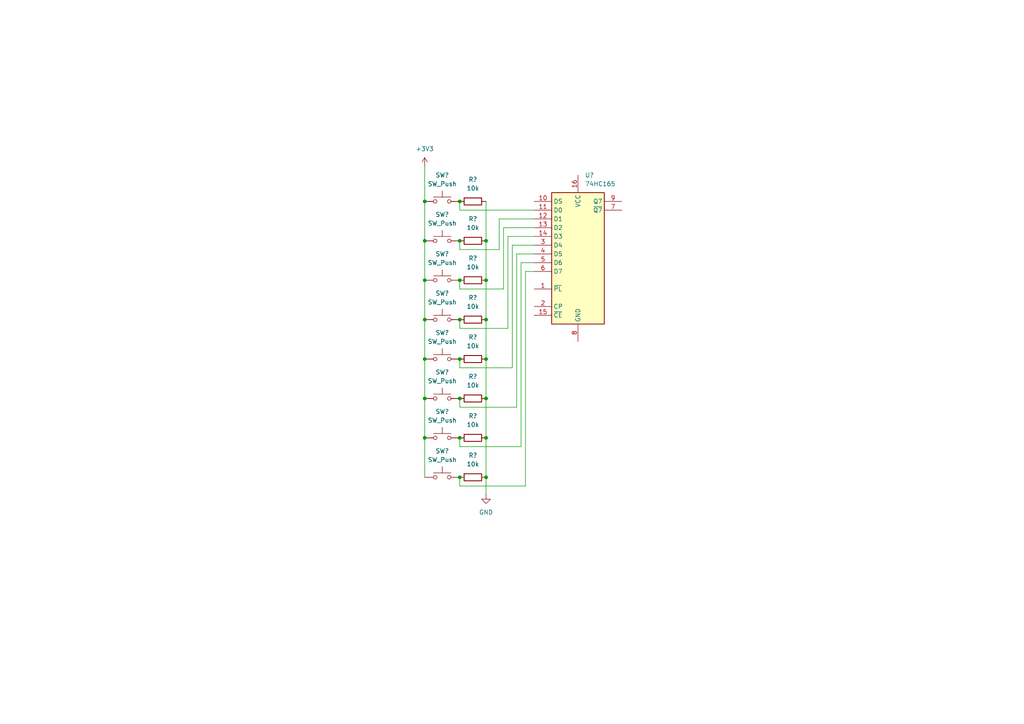
<source format=kicad_sch>
(kicad_sch (version 20230121) (generator eeschema)
  (paper "A4")
  (lib_symbols
    (symbol "74xx:74HC165"
      (property "Reference" "U" (at -7.62 19.05 0))
      (property "Value" "74HC165" (at -7.62 -21.59 0))
      (symbol "74HC165_1_0"
        (pin input line (at -12.7 -10.16 0) (length 5.08) (name "~{PL}") (number "1"))
        (pin input line (at -12.7 15.24 0) (length 5.08) (name "DS") (number "10"))
        (pin input line (at -12.7 12.7 0) (length 5.08) (name "D0") (number "11"))
        (pin input line (at -12.7 10.16 0) (length 5.08) (name "D1") (number "12"))
        (pin input line (at -12.7 7.62 0) (length 5.08) (name "D2") (number "13"))
        (pin input line (at -12.7 5.08 0) (length 5.08) (name "D3") (number "14"))
        (pin input line (at -12.7 -17.78 0) (length 5.08) (name "~{CE}") (number "15"))
        (pin power_in line (at 0 22.86 270) (length 5.08) (name "VCC") (number "16"))
        (pin input line (at -12.7 -15.24 0) (length 5.08) (name "CP") (number "2"))
        (pin input line (at -12.7 2.54 0) (length 5.08) (name "D4") (number "3"))
        (pin input line (at -12.7 0 0) (length 5.08) (name "D5") (number "4"))
        (pin input line (at -12.7 -2.54 0) (length 5.08) (name "D6") (number "5"))
        (pin input line (at -12.7 -5.08 0) (length 5.08) (name "D7") (number "6"))
        (pin output line (at 12.7 12.7 180) (length 5.08) (name "~{Q7}") (number "7"))
        (pin power_in line (at 0 -25.4 90) (length 5.08) (name "GND") (number "8"))
        (pin output line (at 12.7 15.24 180) (length 5.08) (name "Q7") (number "9"))
      )
      (symbol "74HC165_1_1"
        (rectangle (start -7.62 17.78) (end 7.62 -20.32) (stroke (width 0.254)) (fill (type background)))
      )
    )
    (symbol "Device:R" (pin_numbers hide) (pin_names (offset 0))
      (property "Reference" "R" (at 2.032 0 90))
      (property "Value" "R" (at 0 0 90))
      (symbol "R_0_1"
        (rectangle (start -1.016 -2.54) (end 1.016 2.54) (stroke (width 0.254)))
      )
      (symbol "R_1_1"
        (pin passive line (at 0 3.81 270) (length 1.27) (name "~") (number "1"))
        (pin passive line (at 0 -3.81 90) (length 1.27) (name "~") (number "2"))
      )
    )
    (symbol "Switch:SW_Push" (pin_numbers hide) (pin_names (offset 1.016) hide)
      (property "Reference" "SW" (at 1.27 2.54 0))
      (property "Value" "SW_Push" (at 0 -1.524 0))
      (symbol "SW_Push_0_1"
        (circle (center -2.032 0) (radius 0.508))
        (polyline (pts (xy 0 1.27) (xy 0 3.048)))
        (polyline (pts (xy 2.54 1.27) (xy -2.54 1.27)))
        (circle (center 2.032 0) (radius 0.508))
        (pin passive line (at -5.08 0 0) (length 2.54) (name "1") (number "1"))
        (pin passive line (at 5.08 0 180) (length 2.54) (name "2") (number "2"))
      )
    )
    (symbol "power:+3V3" (power) (pin_names (offset 0))
      (property "Value" "+3V3" (at 0 3.556 0))
      (symbol "+3V3_0_1"
        (polyline (pts (xy -0.762 1.27) (xy 0 2.54)))
        (polyline (pts (xy 0 0) (xy 0 2.54)))
        (polyline (pts (xy 0 2.54) (xy 0.762 1.27)))
      )
      (symbol "+3V3_1_1"
        (pin power_in line (at 0 0 90) (length 0) hide (name "+3V3") (number "1"))
      )
    )
    (symbol "power:GND" (power) (pin_names (offset 0))
      (property "Value" "GND" (at 0 -3.81 0))
      (symbol "GND_0_1"
        (polyline (pts (xy 0 0) (xy 0 -1.27) (xy 1.27 -1.27) (xy 0 -2.54) (xy -1.27 -1.27) (xy 0 -1.27)))
      )
      (symbol "GND_1_1"
        (pin power_in line (at 0 0 270) (length 0) hide (name "GND") (number "1"))
      )
    )
  )
  (junction (at 133.35 138.43))
  (junction (at 133.35 69.85))
  (junction (at 133.35 127))
  (junction (at 123.19 69.85))
  (junction (at 140.97 69.85))
  (junction (at 123.19 81.28))
  (junction (at 133.35 92.71))
  (junction (at 123.19 104.14))
  (junction (at 140.97 104.14))
  (junction (at 133.35 104.14))
  (junction (at 140.97 81.28))
  (junction (at 140.97 92.71))
  (junction (at 123.19 115.57))
  (junction (at 133.35 58.42))
  (junction (at 140.97 138.43))
  (junction (at 123.19 127))
  (junction (at 123.19 58.42))
  (junction (at 133.35 115.57))
  (junction (at 123.19 92.71))
  (junction (at 133.35 81.28))
  (junction (at 140.97 127))
  (junction (at 140.97 115.57))
  (wire (pts (xy 151.13 129.54) (xy 151.13 76.2)))
  (wire (pts (xy 148.59 71.12) (xy 154.94 71.12)))
  (wire (pts (xy 140.97 138.43) (xy 140.97 143.51)))
  (wire (pts (xy 140.97 127) (xy 140.97 138.43)))
  (wire (pts (xy 133.35 129.54) (xy 151.13 129.54)))
  (wire (pts (xy 123.19 104.14) (xy 123.19 115.57)))
  (wire (pts (xy 140.97 58.42) (xy 140.97 69.85)))
  (wire (pts (xy 133.35 115.57) (xy 133.35 118.11)))
  (wire (pts (xy 152.4 78.74) (xy 154.94 78.74)))
  (wire (pts (xy 140.97 69.85) (xy 140.97 81.28)))
  (wire (pts (xy 144.78 72.39) (xy 144.78 63.5)))
  (wire (pts (xy 140.97 104.14) (xy 140.97 115.57)))
  (wire (pts (xy 148.59 106.68) (xy 148.59 71.12)))
  (wire (pts (xy 147.32 95.25) (xy 147.32 68.58)))
  (wire (pts (xy 146.05 66.04) (xy 146.05 83.82)))
  (wire (pts (xy 149.86 118.11) (xy 149.86 73.66)))
  (wire (pts (xy 123.19 115.57) (xy 123.19 127)))
  (wire (pts (xy 133.35 106.68) (xy 148.59 106.68)))
  (wire (pts (xy 152.4 140.97) (xy 152.4 78.74)))
  (wire (pts (xy 140.97 92.71) (xy 140.97 104.14)))
  (wire (pts (xy 133.35 127) (xy 133.35 129.54)))
  (wire (pts (xy 133.35 60.96) (xy 154.94 60.96)))
  (wire (pts (xy 123.19 48.26) (xy 123.19 58.42)))
  (wire (pts (xy 154.94 66.04) (xy 146.05 66.04)))
  (wire (pts (xy 147.32 68.58) (xy 154.94 68.58)))
  (wire (pts (xy 133.35 104.14) (xy 133.35 106.68)))
  (wire (pts (xy 133.35 72.39) (xy 144.78 72.39)))
  (wire (pts (xy 133.35 69.85) (xy 133.35 72.39)))
  (wire (pts (xy 133.35 95.25) (xy 147.32 95.25)))
  (wire (pts (xy 123.19 69.85) (xy 123.19 81.28)))
  (wire (pts (xy 123.19 58.42) (xy 123.19 69.85)))
  (wire (pts (xy 140.97 115.57) (xy 140.97 127)))
  (wire (pts (xy 133.35 92.71) (xy 133.35 95.25)))
  (wire (pts (xy 149.86 73.66) (xy 154.94 73.66)))
  (wire (pts (xy 123.19 92.71) (xy 123.19 104.14)))
  (wire (pts (xy 133.35 118.11) (xy 149.86 118.11)))
  (wire (pts (xy 133.35 58.42) (xy 133.35 60.96)))
  (wire (pts (xy 123.19 81.28) (xy 123.19 92.71)))
  (wire (pts (xy 146.05 83.82) (xy 133.35 83.82)))
  (wire (pts (xy 151.13 76.2) (xy 154.94 76.2)))
  (wire (pts (xy 133.35 140.97) (xy 152.4 140.97)))
  (wire (pts (xy 133.35 138.43) (xy 133.35 140.97)))
  (wire (pts (xy 123.19 127) (xy 123.19 138.43)))
  (wire (pts (xy 140.97 81.28) (xy 140.97 92.71)))
  (wire (pts (xy 133.35 83.82) (xy 133.35 81.28)))
  (wire (pts (xy 144.78 63.5) (xy 154.94 63.5)))
  (symbol (lib_id "Switch:SW_Push") (at 128.27 115.57 0) (unit 1)
    (property "Reference" "SW?" (at 128.27 107.95 0))
    (property "Value" "SW_Push" (at 128.27 110.49 0))
  )
  (symbol (lib_id "74xx:74HC165") (at 167.64 73.66 0) (unit 1)
    (property "Reference" "U?" (at 169.6594 50.8 0) (effects (justify left)))
    (property "Value" "74HC165" (at 169.6594 53.34 0) (effects (justify left)))
    (property "Datasheet" "https://assets.nexperia.com/documents/data-sheet/74HC_HCT165.pdf" (effects hide))
  )
  (symbol (lib_id "Device:R") (at 137.16 92.71 90) (unit 1)
    (property "Reference" "R?" (at 137.16 86.36 90))
    (property "Value" "10k" (at 137.16 88.9 90))
  )
  (symbol (lib_id "Switch:SW_Push") (at 128.27 81.28 0) (unit 1)
    (property "Reference" "SW?" (at 128.27 73.66 0))
    (property "Value" "SW_Push" (at 128.27 76.2 0))
  )
  (symbol (lib_id "Device:R") (at 137.16 69.85 90) (unit 1)
    (property "Reference" "R?" (at 137.16 63.5 90))
    (property "Value" "10k" (at 137.16 66.04 90))
  )
  (symbol (lib_id "Switch:SW_Push") (at 128.27 92.71 0) (unit 1)
    (property "Reference" "SW?" (at 128.27 85.09 0))
    (property "Value" "SW_Push" (at 128.27 87.63 0))
  )
  (symbol (lib_id "Device:R") (at 137.16 58.42 90) (unit 1)
    (property "Reference" "R?" (at 137.16 52.07 90))
    (property "Value" "10k" (at 137.16 54.61 90))
  )
  (symbol (lib_id "Switch:SW_Push") (at 128.27 69.85 0) (unit 1)
    (property "Reference" "SW?" (at 128.27 62.23 0))
    (property "Value" "SW_Push" (at 128.27 64.77 0))
  )
  (symbol (lib_id "power:+3V3") (at 123.19 48.26 0) (unit 1)
    (property "Reference" "#PWR?" (effects hide))
    (property "Value" "+3V3" (at 123.19 43.18 0))
  )
  (symbol (lib_id "Device:R") (at 137.16 81.28 90) (unit 1)
    (property "Reference" "R?" (at 137.16 74.93 90))
    (property "Value" "10k" (at 137.16 77.47 90))
  )
  (symbol (lib_id "power:GND") (at 140.97 143.51 0) (unit 1)
    (property "Reference" "#PWR?" (effects hide))
    (property "Value" "GND" (at 140.97 148.59 0))
  )
  (symbol (lib_id "Switch:SW_Push") (at 128.27 104.14 0) (unit 1)
    (property "Reference" "SW?" (at 128.27 96.52 0))
    (property "Value" "SW_Push" (at 128.27 99.06 0))
  )
  (symbol (lib_id "Switch:SW_Push") (at 128.27 138.43 0) (unit 1)
    (property "Reference" "SW?" (at 128.27 130.81 0))
    (property "Value" "SW_Push" (at 128.27 133.35 0))
  )
  (symbol (lib_id "Device:R") (at 137.16 127 90) (unit 1)
    (property "Reference" "R?" (at 137.16 120.65 90))
    (property "Value" "10k" (at 137.16 123.19 90))
  )
  (symbol (lib_id "Switch:SW_Push") (at 128.27 127 0) (unit 1)
    (property "Reference" "SW?" (at 128.27 119.38 0))
    (property "Value" "SW_Push" (at 128.27 121.92 0))
  )
  (symbol (lib_id "Device:R") (at 137.16 115.57 90) (unit 1)
    (property "Reference" "R?" (at 137.16 109.22 90))
    (property "Value" "10k" (at 137.16 111.76 90))
  )
  (symbol (lib_id "Device:R") (at 137.16 138.43 90) (unit 1)
    (property "Reference" "R?" (at 137.16 132.08 90))
    (property "Value" "10k" (at 137.16 134.62 90))
  )
  (symbol (lib_id "Device:R") (at 137.16 104.14 90) (unit 1)
    (property "Reference" "R?" (at 137.16 97.79 90))
    (property "Value" "10k" (at 137.16 100.33 90))
  )
  (symbol (lib_id "Switch:SW_Push") (at 128.27 58.42 0) (unit 1)
    (property "Reference" "SW?" (at 128.27 50.8 0))
    (property "Value" "SW_Push" (at 128.27 53.34 0))
  )
)
</source>
